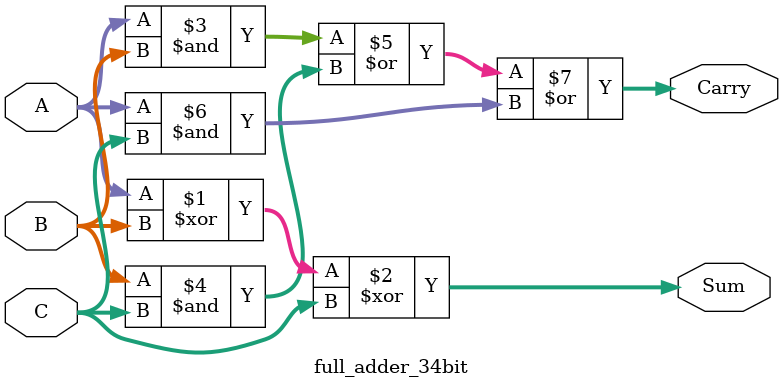
<source format=v>
module full_adder_34bit (
  input signed [33:0] A,
  input signed [33:0] B,
  input signed [33:0] C,
  output signed [33:0] Sum,
  output signed [33:0] Carry
);

  assign Sum = A ^ B ^ C;    
  assign Carry = (A & B) | (B & C) | (A & C);  

endmodule

</source>
